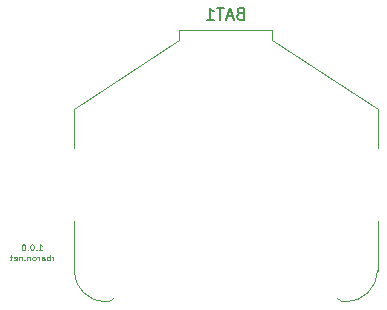
<source format=gbr>
G04 #@! TF.GenerationSoftware,KiCad,Pcbnew,(5.1.2-1)-1*
G04 #@! TF.CreationDate,2021-02-06T10:41:02+01:00*
G04 #@! TF.ProjectId,lir2450-charger,6c697232-3435-4302-9d63-686172676572,1.0.0*
G04 #@! TF.SameCoordinates,Original*
G04 #@! TF.FileFunction,Legend,Bot*
G04 #@! TF.FilePolarity,Positive*
%FSLAX46Y46*%
G04 Gerber Fmt 4.6, Leading zero omitted, Abs format (unit mm)*
G04 Created by KiCad (PCBNEW (5.1.2-1)-1) date 2021-02-06 10:41:02*
%MOMM*%
%LPD*%
G04 APERTURE LIST*
%ADD10C,0.125000*%
%ADD11C,0.120000*%
%ADD12C,0.150000*%
G04 APERTURE END LIST*
D10*
X57171428Y-50488690D02*
X57457142Y-50488690D01*
X57314285Y-50488690D02*
X57314285Y-49988690D01*
X57361904Y-50060119D01*
X57409523Y-50107738D01*
X57457142Y-50131547D01*
X56957142Y-50441071D02*
X56933333Y-50464880D01*
X56957142Y-50488690D01*
X56980952Y-50464880D01*
X56957142Y-50441071D01*
X56957142Y-50488690D01*
X56623809Y-49988690D02*
X56576190Y-49988690D01*
X56528571Y-50012500D01*
X56504761Y-50036309D01*
X56480952Y-50083928D01*
X56457142Y-50179166D01*
X56457142Y-50298214D01*
X56480952Y-50393452D01*
X56504761Y-50441071D01*
X56528571Y-50464880D01*
X56576190Y-50488690D01*
X56623809Y-50488690D01*
X56671428Y-50464880D01*
X56695238Y-50441071D01*
X56719047Y-50393452D01*
X56742857Y-50298214D01*
X56742857Y-50179166D01*
X56719047Y-50083928D01*
X56695238Y-50036309D01*
X56671428Y-50012500D01*
X56623809Y-49988690D01*
X56242857Y-50441071D02*
X56219047Y-50464880D01*
X56242857Y-50488690D01*
X56266666Y-50464880D01*
X56242857Y-50441071D01*
X56242857Y-50488690D01*
X55909523Y-49988690D02*
X55861904Y-49988690D01*
X55814285Y-50012500D01*
X55790476Y-50036309D01*
X55766666Y-50083928D01*
X55742857Y-50179166D01*
X55742857Y-50298214D01*
X55766666Y-50393452D01*
X55790476Y-50441071D01*
X55814285Y-50464880D01*
X55861904Y-50488690D01*
X55909523Y-50488690D01*
X55957142Y-50464880D01*
X55980952Y-50441071D01*
X56004761Y-50393452D01*
X56028571Y-50298214D01*
X56028571Y-50179166D01*
X56004761Y-50083928D01*
X55980952Y-50036309D01*
X55957142Y-50012500D01*
X55909523Y-49988690D01*
X58397619Y-51363690D02*
X58397619Y-51030357D01*
X58397619Y-51125595D02*
X58373809Y-51077976D01*
X58350000Y-51054166D01*
X58302380Y-51030357D01*
X58254761Y-51030357D01*
X58088095Y-51363690D02*
X58088095Y-50863690D01*
X58088095Y-51054166D02*
X58040476Y-51030357D01*
X57945238Y-51030357D01*
X57897619Y-51054166D01*
X57873809Y-51077976D01*
X57850000Y-51125595D01*
X57850000Y-51268452D01*
X57873809Y-51316071D01*
X57897619Y-51339880D01*
X57945238Y-51363690D01*
X58040476Y-51363690D01*
X58088095Y-51339880D01*
X57421428Y-51363690D02*
X57421428Y-51101785D01*
X57445238Y-51054166D01*
X57492857Y-51030357D01*
X57588095Y-51030357D01*
X57635714Y-51054166D01*
X57421428Y-51339880D02*
X57469047Y-51363690D01*
X57588095Y-51363690D01*
X57635714Y-51339880D01*
X57659523Y-51292261D01*
X57659523Y-51244642D01*
X57635714Y-51197023D01*
X57588095Y-51173214D01*
X57469047Y-51173214D01*
X57421428Y-51149404D01*
X57183333Y-51363690D02*
X57183333Y-51030357D01*
X57183333Y-51125595D02*
X57159523Y-51077976D01*
X57135714Y-51054166D01*
X57088095Y-51030357D01*
X57040476Y-51030357D01*
X56802380Y-51363690D02*
X56850000Y-51339880D01*
X56873809Y-51316071D01*
X56897619Y-51268452D01*
X56897619Y-51125595D01*
X56873809Y-51077976D01*
X56850000Y-51054166D01*
X56802380Y-51030357D01*
X56730952Y-51030357D01*
X56683333Y-51054166D01*
X56659523Y-51077976D01*
X56635714Y-51125595D01*
X56635714Y-51268452D01*
X56659523Y-51316071D01*
X56683333Y-51339880D01*
X56730952Y-51363690D01*
X56802380Y-51363690D01*
X56421428Y-51030357D02*
X56421428Y-51363690D01*
X56421428Y-51077976D02*
X56397619Y-51054166D01*
X56350000Y-51030357D01*
X56278571Y-51030357D01*
X56230952Y-51054166D01*
X56207142Y-51101785D01*
X56207142Y-51363690D01*
X55969047Y-51316071D02*
X55945238Y-51339880D01*
X55969047Y-51363690D01*
X55992857Y-51339880D01*
X55969047Y-51316071D01*
X55969047Y-51363690D01*
X55730952Y-51030357D02*
X55730952Y-51363690D01*
X55730952Y-51077976D02*
X55707142Y-51054166D01*
X55659523Y-51030357D01*
X55588095Y-51030357D01*
X55540476Y-51054166D01*
X55516666Y-51101785D01*
X55516666Y-51363690D01*
X55088095Y-51339880D02*
X55135714Y-51363690D01*
X55230952Y-51363690D01*
X55278571Y-51339880D01*
X55302380Y-51292261D01*
X55302380Y-51101785D01*
X55278571Y-51054166D01*
X55230952Y-51030357D01*
X55135714Y-51030357D01*
X55088095Y-51054166D01*
X55064285Y-51101785D01*
X55064285Y-51149404D01*
X55302380Y-51197023D01*
X54921428Y-51030357D02*
X54730952Y-51030357D01*
X54850000Y-50863690D02*
X54850000Y-51292261D01*
X54826190Y-51339880D01*
X54778571Y-51363690D01*
X54730952Y-51363690D01*
D11*
X85850000Y-38520000D02*
X85850000Y-41820000D01*
X76950000Y-32670000D02*
X85850000Y-38520000D01*
X76950000Y-31870000D02*
X76950000Y-32670000D01*
X76950000Y-31870000D02*
X69050000Y-31870000D01*
X69050000Y-31870000D02*
X69050000Y-32670000D01*
X69050000Y-32670000D02*
X60150000Y-38520000D01*
X60150000Y-38520000D02*
X60150000Y-41820000D01*
X85850000Y-48020000D02*
X85850000Y-52220000D01*
X60150000Y-48020000D02*
X60150000Y-52220000D01*
X60150000Y-52170000D02*
G75*
G03X62850000Y-54870000I2700000J0D01*
G01*
X85850000Y-52170000D02*
G75*
G02X83150000Y-54870000I-2700000J0D01*
G01*
X82478249Y-54591751D02*
G75*
G03X83150000Y-54870000I671751J671751D01*
G01*
X63521751Y-54591751D02*
G75*
G02X62850000Y-54870000I-671751J671751D01*
G01*
D12*
X74214285Y-30448571D02*
X74071428Y-30496190D01*
X74023809Y-30543809D01*
X73976190Y-30639047D01*
X73976190Y-30781904D01*
X74023809Y-30877142D01*
X74071428Y-30924761D01*
X74166666Y-30972380D01*
X74547619Y-30972380D01*
X74547619Y-29972380D01*
X74214285Y-29972380D01*
X74119047Y-30020000D01*
X74071428Y-30067619D01*
X74023809Y-30162857D01*
X74023809Y-30258095D01*
X74071428Y-30353333D01*
X74119047Y-30400952D01*
X74214285Y-30448571D01*
X74547619Y-30448571D01*
X73595238Y-30686666D02*
X73119047Y-30686666D01*
X73690476Y-30972380D02*
X73357142Y-29972380D01*
X73023809Y-30972380D01*
X72833333Y-29972380D02*
X72261904Y-29972380D01*
X72547619Y-30972380D02*
X72547619Y-29972380D01*
X71404761Y-30972380D02*
X71976190Y-30972380D01*
X71690476Y-30972380D02*
X71690476Y-29972380D01*
X71785714Y-30115238D01*
X71880952Y-30210476D01*
X71976190Y-30258095D01*
M02*

</source>
